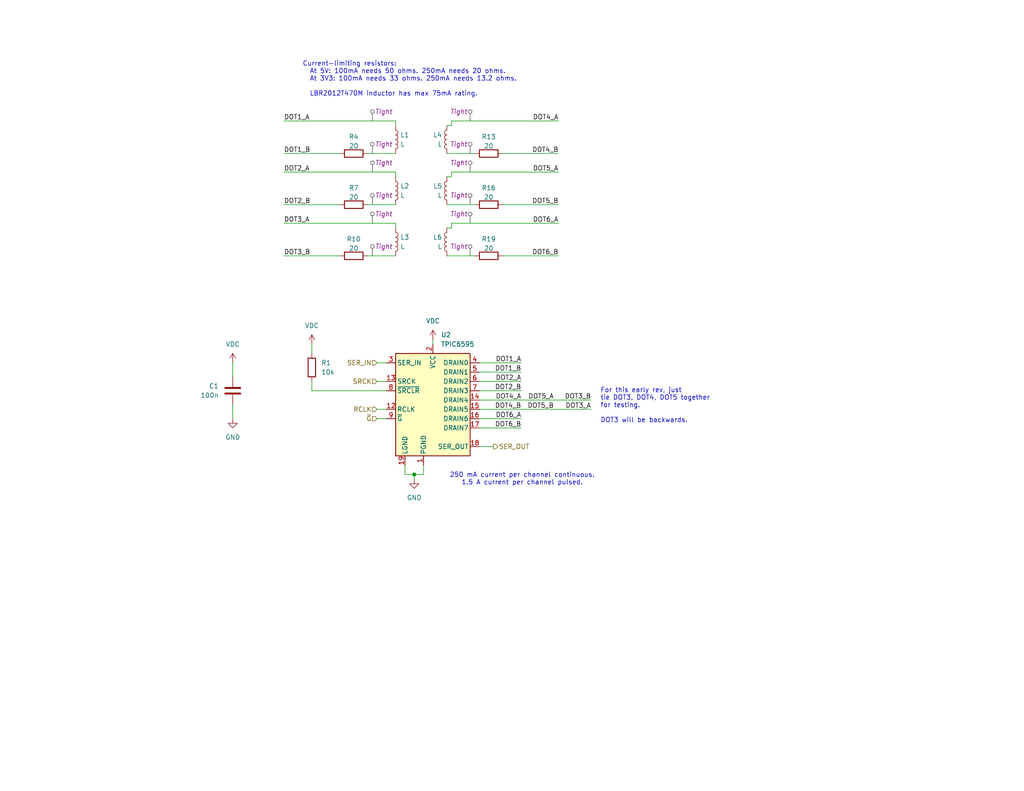
<source format=kicad_sch>
(kicad_sch (version 20231120) (generator "eeschema") (generator_version "8.0")
  (paper "USLetter")
  (lib_symbols
    (symbol "Device:C" (pin_numbers hide) (pin_names (offset 0.254))
      (property "Reference" "C" (at 0.635 2.54 0))
      (property "Value" "C" (at 0.635 -2.54 0))
      (symbol "C_0_1"
        (polyline (pts (xy -2.032 -0.762) (xy 2.032 -0.762)) (stroke (width 0.508)))
        (polyline (pts (xy -2.032 0.762) (xy 2.032 0.762)) (stroke (width 0.508)))
      )
      (symbol "C_1_1"
        (pin passive line (at 0 3.81 270) (length 2.794) (name "~") (number "1"))
        (pin passive line (at 0 -3.81 90) (length 2.794) (name "~") (number "2"))
      )
    )
    (symbol "Device:L" (pin_numbers hide) (pin_names (offset 1.016) hide)
      (property "Reference" "L" (at -1.27 0 90))
      (property "Value" "L" (at 1.905 0 90))
      (symbol "L_0_1"
        (arc (start 0 -2.54) (mid 0.6323 -1.905) (end 0 -1.27))
        (arc (start 0 -1.27) (mid 0.6323 -0.635) (end 0 0))
        (arc (start 0 0) (mid 0.6323 0.635) (end 0 1.27))
        (arc (start 0 1.27) (mid 0.6323 1.905) (end 0 2.54))
      )
      (symbol "L_1_1"
        (pin passive line (at 0 3.81 270) (length 1.27) (name "1") (number "1"))
        (pin passive line (at 0 -3.81 90) (length 1.27) (name "2") (number "2"))
      )
    )
    (symbol "Device:R" (pin_numbers hide) (pin_names (offset 0))
      (property "Reference" "R" (at 2.032 0 90))
      (property "Value" "R" (at 0 0 90))
      (symbol "R_0_1"
        (rectangle (start -1.016 -2.54) (end 1.016 2.54) (stroke (width 0.254)))
      )
      (symbol "R_1_1"
        (pin passive line (at 0 3.81 270) (length 1.27) (name "~") (number "1"))
        (pin passive line (at 0 -3.81 90) (length 1.27) (name "~") (number "2"))
      )
    )
    (symbol "Interface_Expansion:TPIC6595" (pin_names (offset 0.381))
      (property "Reference" "U" (at -8.89 13.97 0))
      (property "Value" "TPIC6595" (at 6.35 13.97 0))
      (symbol "TPIC6595_0_1"
        (rectangle (start -10.16 12.7) (end 10.16 -15.24) (stroke (width 0.254)) (fill (type background)))
      )
      (symbol "TPIC6595_1_1"
        (pin power_in line (at -2.54 -17.78 90) (length 2.54) (name "PGND") (number "1"))
        (pin passive line (at -2.54 -17.78 90) (length 2.54) hide (name "PGND") (number "10"))
        (pin passive line (at -2.54 -17.78 90) (length 2.54) hide (name "PGND") (number "11"))
        (pin input line (at -12.7 -2.54 0) (length 2.54) (name "RCLK") (number "12"))
        (pin input line (at -12.7 5.08 0) (length 2.54) (name "SRCK") (number "13"))
        (pin open_collector line (at 12.7 0 180) (length 2.54) (name "DRAIN4") (number "14"))
        (pin open_collector line (at 12.7 -2.54 180) (length 2.54) (name "DRAIN5") (number "15"))
        (pin open_collector line (at 12.7 -5.08 180) (length 2.54) (name "DRAIN6") (number "16"))
        (pin open_collector line (at 12.7 -7.62 180) (length 2.54) (name "DRAIN7") (number "17"))
        (pin output line (at 12.7 -12.7 180) (length 2.54) (name "SER_OUT") (number "18"))
        (pin power_in line (at -7.62 -17.78 90) (length 2.54) (name "LGND") (number "19"))
        (pin power_in line (at 0 15.24 270) (length 2.54) (name "VCC") (number "2"))
        (pin passive line (at -2.54 -17.78 90) (length 2.54) hide (name "PGND") (number "20"))
        (pin input line (at -12.7 10.16 0) (length 2.54) (name "SER_IN") (number "3"))
        (pin open_collector line (at 12.7 10.16 180) (length 2.54) (name "DRAIN0") (number "4"))
        (pin open_collector line (at 12.7 7.62 180) (length 2.54) (name "DRAIN1") (number "5"))
        (pin open_collector line (at 12.7 5.08 180) (length 2.54) (name "DRAIN2") (number "6"))
        (pin open_collector line (at 12.7 2.54 180) (length 2.54) (name "DRAIN3") (number "7"))
        (pin input line (at -12.7 2.54 0) (length 2.54) (name "~{SRCLR}") (number "8"))
        (pin input line (at -12.7 -5.08 0) (length 2.54) (name "~{G}") (number "9"))
      )
    )
    (symbol "power:GND" (power) (pin_numbers hide) (pin_names (offset 0) hide)
      (property "Value" "GND" (at 0 -3.81 0))
      (symbol "GND_0_1"
        (polyline (pts (xy 0 0) (xy 0 -1.27) (xy 1.27 -1.27) (xy 0 -2.54) (xy -1.27 -1.27) (xy 0 -1.27)))
      )
      (symbol "GND_1_1"
        (pin power_in line (at 0 0 270) (length 0) (name "~") (number "1"))
      )
    )
    (symbol "power:VDC" (power) (pin_numbers hide) (pin_names (offset 0) hide)
      (property "Value" "VDC" (at 0 3.556 0))
      (symbol "VDC_0_1"
        (polyline (pts (xy -0.762 1.27) (xy 0 2.54)))
        (polyline (pts (xy 0 0) (xy 0 2.54)))
        (polyline (pts (xy 0 2.54) (xy 0.762 1.27)))
      )
      (symbol "VDC_1_1"
        (pin power_in line (at 0 0 90) (length 0) (name "~") (number "1"))
      )
    )
  )
  (junction (at 113.03 129.54))
  (wire (pts (xy 130.81 99.06) (xy 142.24 99.06)))
  (wire (pts (xy 130.81 101.6) (xy 142.24 101.6)))
  (wire (pts (xy 102.87 99.06) (xy 105.41 99.06)))
  (wire (pts (xy 137.16 41.91) (xy 152.4 41.91)))
  (wire (pts (xy 130.81 109.22) (xy 161.29 109.22)))
  (wire (pts (xy 130.81 114.3) (xy 142.24 114.3)))
  (wire (pts (xy 130.81 104.14) (xy 142.24 104.14)))
  (wire (pts (xy 130.81 121.92) (xy 134.62 121.92)))
  (wire (pts (xy 113.03 129.54) (xy 115.57 129.54)))
  (wire (pts (xy 130.81 111.76) (xy 161.29 111.76)))
  (wire (pts (xy 77.47 41.91) (xy 92.71 41.91)))
  (wire (pts (xy 77.47 69.85) (xy 92.71 69.85)))
  (wire (pts (xy 63.5 99.06) (xy 63.5 102.87)))
  (wire (pts (xy 121.92 69.85) (xy 129.54 69.85)))
  (wire (pts (xy 123.19 60.96) (xy 152.4 60.96)))
  (wire (pts (xy 107.95 33.02) (xy 107.95 34.29)))
  (wire (pts (xy 130.81 116.84) (xy 142.24 116.84)))
  (wire (pts (xy 118.11 92.71) (xy 118.11 93.98)))
  (wire (pts (xy 123.19 60.96) (xy 123.19 62.23)))
  (wire (pts (xy 110.49 127) (xy 110.49 129.54)))
  (wire (pts (xy 107.95 60.96) (xy 107.95 62.23)))
  (wire (pts (xy 123.19 33.02) (xy 123.19 34.29)))
  (wire (pts (xy 137.16 55.88) (xy 152.4 55.88)))
  (wire (pts (xy 113.03 130.81) (xy 113.03 129.54)))
  (wire (pts (xy 121.92 41.91) (xy 129.54 41.91)))
  (wire (pts (xy 107.95 46.99) (xy 107.95 48.26)))
  (wire (pts (xy 137.16 69.85) (xy 152.4 69.85)))
  (wire (pts (xy 123.19 33.02) (xy 152.4 33.02)))
  (wire (pts (xy 123.19 46.99) (xy 123.19 48.26)))
  (wire (pts (xy 85.09 93.98) (xy 85.09 96.52)))
  (wire (pts (xy 102.87 111.76) (xy 105.41 111.76)))
  (wire (pts (xy 130.81 106.68) (xy 142.24 106.68)))
  (wire (pts (xy 123.19 48.26) (xy 121.92 48.26)))
  (wire (pts (xy 77.47 60.96) (xy 107.95 60.96)))
  (wire (pts (xy 123.19 46.99) (xy 152.4 46.99)))
  (wire (pts (xy 121.92 55.88) (xy 129.54 55.88)))
  (wire (pts (xy 102.87 104.14) (xy 105.41 104.14)))
  (wire (pts (xy 85.09 106.68) (xy 85.09 104.14)))
  (wire (pts (xy 77.47 33.02) (xy 107.95 33.02)))
  (wire (pts (xy 77.47 46.99) (xy 107.95 46.99)))
  (wire (pts (xy 123.19 34.29) (xy 121.92 34.29)))
  (wire (pts (xy 110.49 129.54) (xy 113.03 129.54)))
  (wire (pts (xy 100.33 41.91) (xy 107.95 41.91)))
  (wire (pts (xy 115.57 129.54) (xy 115.57 127)))
  (wire (pts (xy 77.47 55.88) (xy 92.71 55.88)))
  (wire (pts (xy 100.33 69.85) (xy 107.95 69.85)))
  (wire (pts (xy 123.19 62.23) (xy 121.92 62.23)))
  (wire (pts (xy 102.87 114.3) (xy 105.41 114.3)))
  (wire (pts (xy 85.09 106.68) (xy 105.41 106.68)))
  (wire (pts (xy 100.33 55.88) (xy 107.95 55.88)))
  (wire (pts (xy 63.5 110.49) (xy 63.5 114.3)))
  (text "Current-limiting resistors:\n  At 5V: 100mA needs 50 ohms. 250mA needs 20 ohms.\n  At 3V3: 100mA needs 33 ohms. 250mA needs 13.2 ohms.\n\n  LBR2012T470M inductor has max 75mA rating." (at 82.55 21.59 0) (effects (font (size 1.27 1.27)) (justify left)))
  (text "For this early rev, just\ntie DOT3, DOT4, DOT5 together\nfor testing.\n\nDOT3 will be backwards." (at 163.83 110.744 0) (effects (font (size 1.27 1.27)) (justify left)))
  (text "250 mA current per channel continuous.\n1.5 A current per channel pulsed." (at 142.494 130.81 0) (effects (font (size 1.27 1.27))))
  (label "DOT3_A" (at 77.47 60.96 0))
  (label "DOT6_B" (at 142.24 116.84 180))
  (label "DOT6_A" (at 142.24 114.3 180))
  (label "DOT2_B" (at 77.47 55.88 0))
  (label "DOT4_A" (at 152.4 33.02 180))
  (label "DOT5_B" (at 151.13 111.76 180))
  (label "DOT5_B" (at 152.4 55.88 180))
  (label "DOT5_A" (at 152.4 46.99 180))
  (label "DOT1_A" (at 77.47 33.02 0))
  (label "DOT1_A" (at 142.24 99.06 180))
  (label "DOT5_A" (at 151.13 109.22 180))
  (label "DOT2_A" (at 77.47 46.99 0))
  (label "DOT3_B" (at 161.29 109.22 180))
  (label "DOT4_B" (at 152.4 41.91 180))
  (label "DOT3_A" (at 161.29 111.76 180))
  (label "DOT6_A" (at 152.4 60.96 180))
  (label "DOT4_A" (at 142.24 109.22 180))
  (label "DOT4_B" (at 142.24 111.76 180))
  (label "DOT6_B" (at 152.4 69.85 180))
  (label "DOT2_B" (at 142.24 106.68 180))
  (label "DOT2_A" (at 142.24 104.14 180))
  (label "DOT1_B" (at 142.24 101.6 180))
  (label "DOT3_B" (at 77.47 69.85 0))
  (label "DOT1_B" (at 77.47 41.91 0))
  (hierarchical_label "SER_OUT" (shape output) (at 134.62 121.92 0))
  (hierarchical_label "SRCK" (shape input) (at 102.87 104.14 180))
  (hierarchical_label "~{G}" (shape input) (at 102.87 114.3 180))
  (hierarchical_label "SER_IN" (shape input) (at 102.87 99.06 180))
  (hierarchical_label "RCLK" (shape input) (at 102.87 111.76 180))
  (netclass_flag "" (length 2.54) (shape round) (at 101.6 41.91 0) (property "Netclass" "Tight" (at 102.2985 39.37 0) (effects (font (italic yes)) (justify left))))
  (netclass_flag "" (length 2.54) (shape round) (at 101.6 33.02 0) (property "Netclass" "Tight" (at 102.2985 30.48 0) (effects (font (italic yes)) (justify left))))
  (netclass_flag "" (length 2.54) (shape round) (at 101.6 69.85 0) (property "Netclass" "Tight" (at 102.2985 67.31 0) (effects (font (italic yes)) (justify left))))
  (netclass_flag "" (length 2.54) (shape round) (at 128.27 41.91 0) (property "Netclass" "Tight" (at 127.5715 39.37 0) (effects (font (italic yes)) (justify right))))
  (netclass_flag "" (length 2.54) (shape round) (at 128.27 33.02 0) (property "Netclass" "Tight" (at 127.5715 30.48 0) (effects (font (italic yes)) (justify right))))
  (netclass_flag "" (length 2.54) (shape round) (at 101.6 46.99 0) (property "Netclass" "Tight" (at 102.2985 44.45 0) (effects (font (italic yes)) (justify left))))
  (netclass_flag "" (length 2.54) (shape round) (at 101.6 55.88 0) (property "Netclass" "Tight" (at 102.2985 53.34 0) (effects (font (italic yes)) (justify left))))
  (netclass_flag "" (length 2.54) (shape round) (at 128.27 60.96 0) (property "Netclass" "Tight" (at 127.5715 58.42 0) (effects (font (italic yes)) (justify right))))
  (netclass_flag "" (length 2.54) (shape round) (at 128.27 69.85 0) (property "Netclass" "Tight" (at 127.5715 67.31 0) (effects (font (italic yes)) (justify right))))
  (netclass_flag "" (length 2.54) (shape round) (at 128.27 55.88 0) (property "Netclass" "Tight" (at 127.5715 53.34 0) (effects (font (italic yes)) (justify right))))
  (netclass_flag "" (length 2.54) (shape round) (at 128.27 46.99 0) (property "Netclass" "Tight" (at 127.5715 44.45 0) (effects (font (italic yes)) (justify right))))
  (netclass_flag "" (length 2.54) (shape round) (at 101.6 60.96 0) (property "Netclass" "Tight" (at 102.2985 58.42 0) (effects (font (italic yes)) (justify left))))
  (symbol (lib_id "power:GND") (at 113.03 130.81 0) (unit 1)
    (property "Reference" "#PWR014" (effects (hide yes)))
    (property "Value" "GND" (at 113.03 135.89 0))
    (property "Description" "Power symbol creates a global label with name \"GND\" , ground" (effects (hide yes)))
    (instances (project "Braille-Display-with-Inductor-Solenoids" (path "" (reference "#PWR014") (unit 1)) (path "" (reference "#PWR019") (unit 1)) (path "" (reference "#PWR024") (unit 1))))
  )
  (symbol (lib_id "Device:C") (at 63.5 106.68 0) (mirror y) (unit 1)
    (property "Reference" "C1" (at 59.69 105.4099 0) (effects (justify left)))
    (property "Value" "100n" (at 59.69 107.9499 0) (effects (justify left)))
    (property "Footprint" "Capacitor_SMD:C_0603_1608Metric" (effects (hide yes)))
    (property "Description" "Unpolarized capacitor" (effects (hide yes)))
    (instances (project "Braille-Display-with-Inductor-Solenoids" (path "" (reference "C1") (unit 1)) (path "" (reference "C2") (unit 1)) (path "" (reference "C3") (unit 1))))
  )
  (symbol (lib_id "Device:L") (at 107.95 66.04 0) (unit 1)
    (property "Reference" "L3" (at 109.22 64.7699 0) (effects (justify left)))
    (property "Value" "L" (at 109.22 67.3099 0) (effects (justify left)))
    (property "Footprint" "00-project-footprint-lib:Inductor_VLS201612CX" (effects (hide yes)))
    (property "Description" "Inductor" (effects (hide yes)))
    (instances (project "Braille-Display-with-Inductor-Solenoids" (path "" (reference "L3") (unit 1)) (path "" (reference "L9") (unit 1)) (path "" (reference "L15") (unit 1))))
  )
  (symbol (lib_id "power:VDC") (at 118.11 92.71 0) (unit 1)
    (property "Reference" "#PWR015" (effects (hide yes)))
    (property "Value" "VDC" (at 118.11 87.63 0))
    (property "Description" "Power symbol creates a global label with name \"VDC\"" (effects (hide yes)))
    (instances (project "Braille-Display-with-Inductor-Solenoids" (path "" (reference "#PWR015") (unit 1)) (path "" (reference "#PWR020") (unit 1)) (path "" (reference "#PWR025") (unit 1))))
  )
  (symbol (lib_id "Device:L") (at 107.95 52.07 0) (unit 1)
    (property "Reference" "L2" (at 109.22 50.7999 0) (effects (justify left)))
    (property "Value" "L" (at 109.22 53.3399 0) (effects (justify left)))
    (property "Footprint" "00-project-footprint-lib:Inductor_VLS201612CX" (effects (hide yes)))
    (property "Description" "Inductor" (effects (hide yes)))
    (instances (project "Braille-Display-with-Inductor-Solenoids" (path "" (reference "L2") (unit 1)) (path "" (reference "L8") (unit 1)) (path "" (reference "L14") (unit 1))))
  )
  (symbol (lib_id "Device:R") (at 85.09 100.33 0) (mirror y) (unit 1)
    (property "Reference" "R1" (at 87.63 99.0599 0) (effects (justify right)))
    (property "Value" "10k" (at 87.63 101.5999 0) (effects (justify right)))
    (property "Footprint" "Capacitor_SMD:C_0603_1608Metric_Pad1.08x0.95mm_HandSolder" (effects (hide yes)))
    (property "Description" "Resistor" (effects (hide yes)))
    (instances (project "" (path "" (reference "R1") (unit 1)) (path "" (reference "R2") (unit 1)) (path "" (reference "R3") (unit 1))))
  )
  (symbol (lib_id "Device:R") (at 133.35 69.85 90) (mirror x) (unit 1)
    (property "Reference" "R19" (at 133.35 65.278 90))
    (property "Value" "20" (at 133.35 67.818 90))
    (property "Footprint" "Capacitor_SMD:C_0603_1608Metric_Pad1.08x0.95mm_HandSolder" (effects (hide yes)))
    (property "Description" "Resistor" (effects (hide yes)))
    (instances (project "Braille-Display-with-Inductor-Solenoids" (path "" (reference "R19") (unit 1)) (path "" (reference "R20") (unit 1)) (path "" (reference "R21") (unit 1))))
  )
  (symbol (lib_id "Device:R") (at 96.52 41.91 90) (mirror x) (unit 1)
    (property "Reference" "R4" (at 96.52 37.338 90))
    (property "Value" "20" (at 96.52 39.878 90))
    (property "Footprint" "Capacitor_SMD:C_0603_1608Metric_Pad1.08x0.95mm_HandSolder" (effects (hide yes)))
    (property "Description" "Resistor" (effects (hide yes)))
    (instances (project "Braille-Display-with-Inductor-Solenoids" (path "" (reference "R4") (unit 1)) (path "" (reference "R5") (unit 1)) (path "" (reference "R6") (unit 1))))
  )
  (symbol (lib_id "power:GND") (at 63.5 114.3 0) (unit 1)
    (property "Reference" "#PWR012" (effects (hide yes)))
    (property "Value" "GND" (at 63.5 119.38 0))
    (property "Description" "Power symbol creates a global label with name \"GND\" , ground" (effects (hide yes)))
    (instances (project "Braille-Display-with-Inductor-Solenoids" (path "" (reference "#PWR012") (unit 1)) (path "" (reference "#PWR017") (unit 1)) (path "" (reference "#PWR022") (unit 1))))
  )
  (symbol (lib_id "Interface_Expansion:TPIC6595") (at 118.11 109.22 0) (unit 1)
    (property "Reference" "U2" (at 120.3041 91.44 0) (effects (justify left)))
    (property "Value" "TPIC6595" (at 120.3041 93.98 0) (effects (justify left)))
    (property "Footprint" "Package_SO:SOIC-20W_7.5x12.8mm_P1.27mm" (effects (hide yes)))
    (property "Datasheet" "http://www.ti.com/lit/ds/symlink/tpic6595.pdf" (effects (hide yes)))
    (property "Description" "Power Logic 8-bit Shift Register, DIP-8/SOIC-8" (effects (hide yes)))
    (instances (project "" (path "" (reference "U2") (unit 1)) (path "" (reference "U3") (unit 1)) (path "" (reference "U4") (unit 1))))
  )
  (symbol (lib_id "Device:L") (at 121.92 66.04 0) (mirror y) (unit 1)
    (property "Reference" "L6" (at 120.65 64.7699 0) (effects (justify left)))
    (property "Value" "L" (at 120.65 67.3099 0) (effects (justify left)))
    (property "Footprint" "00-project-footprint-lib:Inductor_VLS201612CX" (effects (hide yes)))
    (property "Description" "Inductor" (effects (hide yes)))
    (instances (project "Braille-Display-with-Inductor-Solenoids" (path "" (reference "L6") (unit 1)) (path "" (reference "L12") (unit 1)) (path "" (reference "L18") (unit 1))))
  )
  (symbol (lib_id "Device:L") (at 107.95 38.1 0) (unit 1)
    (property "Reference" "L1" (at 109.22 36.8299 0) (effects (justify left)))
    (property "Value" "L" (at 109.22 39.3699 0) (effects (justify left)))
    (property "Footprint" "00-project-footprint-lib:Inductor_VLS201612CX" (effects (hide yes)))
    (property "Description" "Inductor" (effects (hide yes)))
    (instances (project "Braille-Display-with-Inductor-Solenoids" (path "" (reference "L1") (unit 1)) (path "" (reference "L7") (unit 1)) (path "" (reference "L13") (unit 1))))
  )
  (symbol (lib_id "Device:L") (at 121.92 38.1 0) (mirror y) (unit 1)
    (property "Reference" "L4" (at 120.65 36.8299 0) (effects (justify left)))
    (property "Value" "L" (at 120.65 39.3699 0) (effects (justify left)))
    (property "Footprint" "00-project-footprint-lib:Inductor_VLS201612CX" (effects (hide yes)))
    (property "Description" "Inductor" (effects (hide yes)))
    (instances (project "Braille-Display-with-Inductor-Solenoids" (path "" (reference "L4") (unit 1)) (path "" (reference "L10") (unit 1)) (path "" (reference "L16") (unit 1))))
  )
  (symbol (lib_id "Device:R") (at 96.52 55.88 90) (mirror x) (unit 1)
    (property "Reference" "R7" (at 96.52 51.308 90))
    (property "Value" "20" (at 96.52 53.848 90))
    (property "Footprint" "Capacitor_SMD:C_0603_1608Metric_Pad1.08x0.95mm_HandSolder" (effects (hide yes)))
    (property "Description" "Resistor" (effects (hide yes)))
    (instances (project "Braille-Display-with-Inductor-Solenoids" (path "" (reference "R7") (unit 1)) (path "" (reference "R8") (unit 1)) (path "" (reference "R9") (unit 1))))
  )
  (symbol (lib_id "power:VDC") (at 85.09 93.98 0) (unit 1)
    (property "Reference" "#PWR013" (effects (hide yes)))
    (property "Value" "VDC" (at 85.09 88.9 0))
    (property "Description" "Power symbol creates a global label with name \"VDC\"" (effects (hide yes)))
    (instances (project "Braille-Display-with-Inductor-Solenoids" (path "" (reference "#PWR013") (unit 1)) (path "" (reference "#PWR018") (unit 1)) (path "" (reference "#PWR023") (unit 1))))
  )
  (symbol (lib_id "Device:L") (at 121.92 52.07 0) (mirror y) (unit 1)
    (property "Reference" "L5" (at 120.65 50.7999 0) (effects (justify left)))
    (property "Value" "L" (at 120.65 53.3399 0) (effects (justify left)))
    (property "Footprint" "00-project-footprint-lib:Inductor_VLS201612CX" (effects (hide yes)))
    (property "Description" "Inductor" (effects (hide yes)))
    (instances (project "Braille-Display-with-Inductor-Solenoids" (path "" (reference "L5") (unit 1)) (path "" (reference "L11") (unit 1)) (path "" (reference "L17") (unit 1))))
  )
  (symbol (lib_id "Device:R") (at 133.35 55.88 90) (mirror x) (unit 1)
    (property "Reference" "R16" (at 133.35 51.308 90))
    (property "Value" "20" (at 133.35 53.848 90))
    (property "Footprint" "Capacitor_SMD:C_0603_1608Metric_Pad1.08x0.95mm_HandSolder" (effects (hide yes)))
    (property "Description" "Resistor" (effects (hide yes)))
    (instances (project "Braille-Display-with-Inductor-Solenoids" (path "" (reference "R16") (unit 1)) (path "" (reference "R17") (unit 1)) (path "" (reference "R18") (unit 1))))
  )
  (symbol (lib_id "Device:R") (at 133.35 41.91 90) (mirror x) (unit 1)
    (property "Reference" "R13" (at 133.35 37.338 90))
    (property "Value" "20" (at 133.35 39.878 90))
    (property "Footprint" "Capacitor_SMD:C_0603_1608Metric_Pad1.08x0.95mm_HandSolder" (effects (hide yes)))
    (property "Description" "Resistor" (effects (hide yes)))
    (instances (project "Braille-Display-with-Inductor-Solenoids" (path "" (reference "R13") (unit 1)) (path "" (reference "R14") (unit 1)) (path "" (reference "R15") (unit 1))))
  )
  (symbol (lib_id "Device:R") (at 96.52 69.85 90) (mirror x) (unit 1)
    (property "Reference" "R10" (at 96.52 65.278 90))
    (property "Value" "20" (at 96.52 67.818 90))
    (property "Footprint" "Capacitor_SMD:C_0603_1608Metric_Pad1.08x0.95mm_HandSolder" (effects (hide yes)))
    (property "Description" "Resistor" (effects (hide yes)))
    (instances (project "Braille-Display-with-Inductor-Solenoids" (path "" (reference "R10") (unit 1)) (path "" (reference "R11") (unit 1)) (path "" (reference "R12") (unit 1))))
  )
  (symbol (lib_id "power:VDC") (at 63.5 99.06 0) (unit 1)
    (property "Reference" "#PWR011" (effects (hide yes)))
    (property "Value" "VDC" (at 63.5 93.98 0))
    (property "Description" "Power symbol creates a global label with name \"VDC\"" (effects (hide yes)))
    (instances (project "Braille-Display-with-Inductor-Solenoids" (path "" (reference "#PWR011") (unit 1)) (path "" (reference "#PWR016") (unit 1)) (path "" (reference "#PWR021") (unit 1))))
  )
)
</source>
